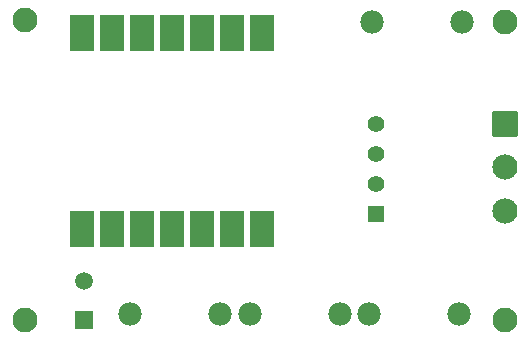
<source format=gts>
G04 Layer: TopSolderMaskLayer*
G04 EasyEDA v6.5.50, 2025-05-01 09:36:35*
G04 b635e82801d84c3784f216ba710eedd8,4ea17189a5af4923b0f09c00d4425dfb,10*
G04 Gerber Generator version 0.2*
G04 Scale: 100 percent, Rotated: No, Reflected: No *
G04 Dimensions in millimeters *
G04 leading zeros omitted , absolute positions ,4 integer and 5 decimal *
%FSLAX45Y45*%
%MOMM*%

%AMMACRO1*4,1,8,-0.971,-1.5508,-1.0008,-1.5208,-1.0008,1.5211,-0.971,1.5508,0.9708,1.5508,1.0008,1.5211,1.0008,-1.5208,0.9708,-1.5508,-0.971,-1.5508,0*%
%AMMACRO2*4,1,8,-0.6688,-0.6985,-0.6985,-0.6685,-0.6985,0.6688,-0.6688,0.6985,0.6685,0.6985,0.6985,0.6688,0.6985,-0.6685,0.6685,-0.6985,-0.6688,-0.6985,0*%
%AMMACRO3*4,1,8,-0.7196,-0.7493,-0.7493,-0.7193,-0.7493,0.7196,-0.7196,0.7493,0.7193,0.7493,0.7493,0.7196,0.7493,-0.7193,0.7193,-0.7493,-0.7196,-0.7493,0*%
%AMMACRO4*4,1,8,-1.0371,-1.0668,-1.0668,-1.0368,-1.0668,1.0371,-1.0371,1.0668,1.0368,1.0668,1.0668,1.0371,1.0668,-1.0368,1.0368,-1.0668,-1.0371,-1.0668,0*%
%ADD10C,1.9812*%
%ADD11MACRO1*%
%ADD12MACRO2*%
%ADD13C,1.3970*%
%ADD14MACRO3*%
%ADD15C,1.4986*%
%ADD16MACRO4*%
%ADD17C,2.1336*%
%ADD18C,2.1016*%
%ADD19C,0.0102*%

%LPD*%
D10*
G01*
X4432300Y3860800D03*
G01*
X3670300Y3860800D03*
D11*
G01*
X1244600Y4580191D03*
G01*
X1498600Y4580191D03*
G01*
X1752600Y4580191D03*
G01*
X2006599Y4580191D03*
G01*
X2260600Y4580191D03*
G01*
X2514600Y4580191D03*
G01*
X2768600Y4580191D03*
G01*
X2768600Y6240183D03*
G01*
X2514600Y6240183D03*
G01*
X2260600Y6240183D03*
G01*
X2006599Y6240183D03*
G01*
X1752600Y6240183D03*
G01*
X1498600Y6240183D03*
G01*
X1244600Y6240183D03*
D12*
G01*
X3733800Y4711700D03*
D13*
G01*
X3733800Y4965700D03*
G01*
X3733800Y5219700D03*
G01*
X3733800Y5473700D03*
D14*
G01*
X1257300Y3810000D03*
D15*
G01*
X1257300Y4140200D03*
D10*
G01*
X3429000Y3860800D03*
G01*
X2667000Y3860800D03*
G01*
X3695700Y6337300D03*
G01*
X4457700Y6337300D03*
G01*
X1651000Y3860800D03*
G01*
X2413000Y3860800D03*
D16*
G01*
X4826025Y5473700D03*
D17*
G01*
X4825987Y5105400D03*
G01*
X4825987Y4737100D03*
D18*
G01*
X762000Y6350000D03*
G01*
X4826000Y3810000D03*
G01*
X4826000Y6337300D03*
G01*
X762000Y3810000D03*
D10*
G01*
X1498600Y4580204D03*
G01*
X1752600Y4580128D03*
G01*
X1244600Y4580204D03*
G01*
X2768600Y4580204D03*
G01*
X2514600Y4580204D03*
G01*
X2260600Y4580204D03*
G01*
X2006600Y4580204D03*
G01*
X1244600Y6240195D03*
G01*
X1498600Y6240195D03*
G01*
X1752600Y6240195D03*
G01*
X2006600Y6240195D03*
G01*
X2260600Y6240195D03*
G01*
X2514600Y6240195D03*
G01*
X2768600Y6240195D03*
M02*

</source>
